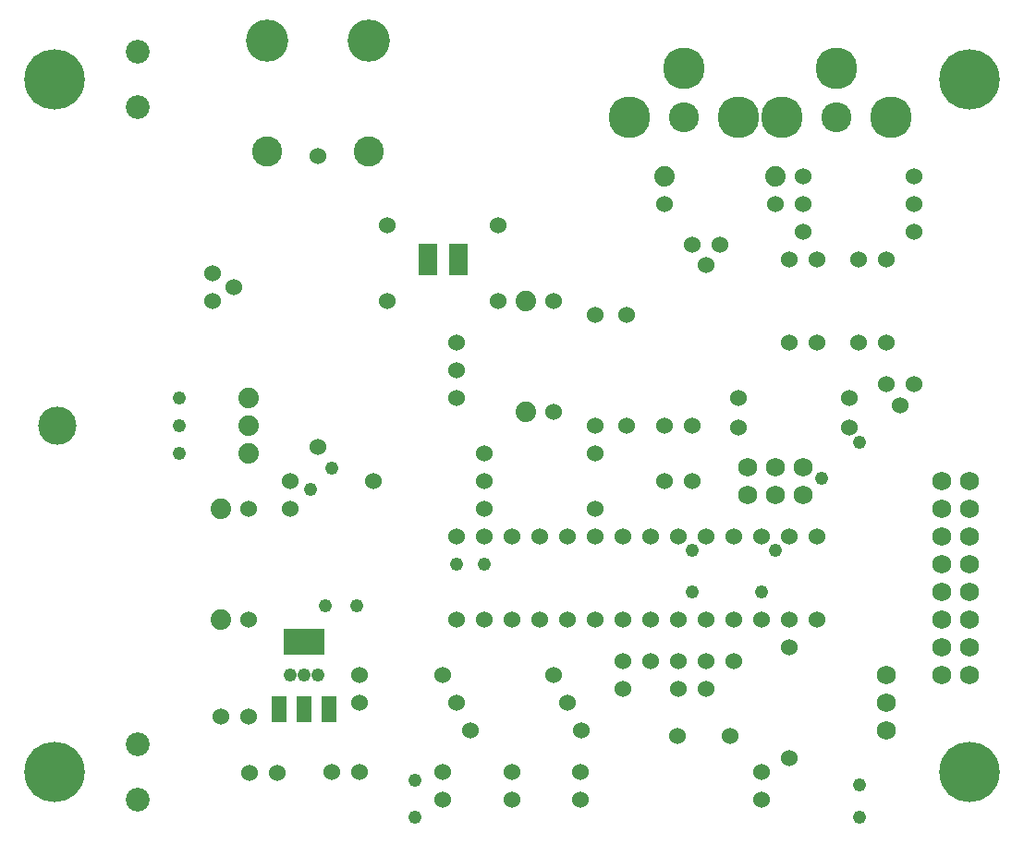
<source format=gbr>
G75*
G70*
%OFA0B0*%
%FSLAX24Y24*%
%IPPOS*%
%LPD*%
%AMOC8*
5,1,8,0,0,1.08239X$1,22.5*
%
%ADD10C,0.0600*%
%ADD11R,0.0560X0.0960*%
%ADD12R,0.1497X0.0946*%
%ADD13C,0.0740*%
%ADD14C,0.1380*%
%ADD15C,0.0680*%
%ADD16R,0.0710X0.1143*%
%ADD17C,0.2180*%
%ADD18C,0.1084*%
%ADD19C,0.1504*%
%ADD20C,0.1520*%
%ADD21C,0.1085*%
%ADD22C,0.0860*%
%ADD23C,0.0480*%
D10*
X015343Y009842D03*
X016343Y009842D03*
X016368Y007817D03*
X017368Y007817D03*
X019343Y007842D03*
X020343Y007842D03*
X020343Y010342D03*
X020343Y011342D03*
X023343Y011342D03*
X023843Y010342D03*
X024343Y009342D03*
X023343Y007842D03*
X023343Y006842D03*
X025843Y006842D03*
X025843Y007842D03*
X028293Y007842D03*
X028293Y006842D03*
X028343Y009342D03*
X027843Y010342D03*
X027343Y011342D03*
X026843Y013342D03*
X025843Y013342D03*
X024843Y013342D03*
X023843Y013342D03*
X023843Y016342D03*
X024843Y016342D03*
X025843Y016342D03*
X026843Y016342D03*
X027843Y016342D03*
X028843Y016342D03*
X028843Y017342D03*
X029843Y016342D03*
X030843Y016342D03*
X031843Y016342D03*
X032843Y016342D03*
X033843Y016342D03*
X034843Y016342D03*
X035843Y016342D03*
X036843Y016342D03*
X036843Y013342D03*
X035843Y013342D03*
X034843Y013342D03*
X033843Y013342D03*
X032843Y013342D03*
X031843Y013342D03*
X030843Y013342D03*
X029843Y013342D03*
X028843Y013342D03*
X027843Y013342D03*
X029843Y011842D03*
X030843Y011842D03*
X031843Y011842D03*
X032843Y011842D03*
X033843Y011842D03*
X032843Y010842D03*
X031843Y010842D03*
X031818Y009167D03*
X033718Y009167D03*
X034843Y007842D03*
X034843Y006842D03*
X035843Y008342D03*
X035843Y012342D03*
X029843Y010842D03*
X024843Y017342D03*
X024843Y018342D03*
X024843Y019342D03*
X023843Y021342D03*
X023843Y022342D03*
X023843Y023342D03*
X025343Y024842D03*
X027343Y024842D03*
X028843Y024342D03*
X029968Y024342D03*
X032843Y026142D03*
X032343Y026892D03*
X033343Y026892D03*
X031343Y028342D03*
X035343Y028342D03*
X036343Y028342D03*
X036343Y027342D03*
X035843Y026342D03*
X036843Y026342D03*
X038343Y026342D03*
X039343Y026342D03*
X040343Y027342D03*
X040343Y028342D03*
X040343Y029342D03*
X036343Y029342D03*
X035843Y023342D03*
X036843Y023342D03*
X038343Y023342D03*
X039343Y023342D03*
X039343Y021842D03*
X039843Y021092D03*
X040343Y021842D03*
X038018Y021367D03*
X037993Y020292D03*
X034018Y021367D03*
X033993Y020292D03*
X032343Y020342D03*
X031343Y020342D03*
X029968Y020342D03*
X028843Y020342D03*
X028843Y019342D03*
X027343Y020842D03*
X031343Y018342D03*
X032343Y018342D03*
X025343Y027592D03*
X021343Y027592D03*
X018843Y030092D03*
X015043Y025842D03*
X015793Y025342D03*
X015043Y024842D03*
X021343Y024842D03*
X018843Y019592D03*
X017843Y018342D03*
X017843Y017342D03*
X016343Y017342D03*
X020843Y018342D03*
X016343Y013342D03*
D11*
X017433Y010122D03*
X018343Y010122D03*
X019253Y010122D03*
D12*
X018343Y012562D03*
D13*
X015343Y013342D03*
X015343Y017342D03*
X016343Y019342D03*
X016343Y020342D03*
X016343Y021342D03*
X026343Y020842D03*
X026343Y024842D03*
X031343Y029342D03*
X035343Y029342D03*
D14*
X009443Y020342D03*
D15*
X034343Y018842D03*
X034343Y017842D03*
X035343Y017842D03*
X035343Y018842D03*
X036343Y018842D03*
X036343Y017842D03*
X041343Y018342D03*
X041343Y017342D03*
X042343Y017342D03*
X042343Y018342D03*
X042343Y016342D03*
X041343Y016342D03*
X041343Y015342D03*
X041343Y014342D03*
X042343Y014342D03*
X042343Y015342D03*
X042343Y013342D03*
X041343Y013342D03*
X041343Y012342D03*
X042343Y012342D03*
X042343Y011342D03*
X041343Y011342D03*
X039343Y011342D03*
X039343Y010342D03*
X039343Y009342D03*
D16*
X023895Y026342D03*
X022792Y026342D03*
D17*
X009343Y007842D03*
X009343Y032842D03*
X042343Y032842D03*
X042343Y007842D03*
D18*
X037543Y031492D03*
X032043Y031492D03*
D19*
X030075Y031492D03*
X032043Y033263D03*
X034012Y031492D03*
X035575Y031492D03*
X037543Y033263D03*
X039512Y031492D03*
D20*
X020683Y034242D03*
X017013Y034242D03*
D21*
X017013Y030242D03*
X020683Y030242D03*
D22*
X012343Y031842D03*
X012343Y033842D03*
X012343Y008842D03*
X012343Y006842D03*
D23*
X017843Y011342D03*
X018343Y011342D03*
X018843Y011367D03*
X019093Y013842D03*
X020243Y013842D03*
X023843Y015342D03*
X024843Y015342D03*
X019343Y018817D03*
X018568Y018042D03*
X013843Y019342D03*
X013843Y020342D03*
X013843Y021342D03*
X022343Y007542D03*
X022343Y006217D03*
X032343Y014342D03*
X032343Y015842D03*
X034843Y014342D03*
X035343Y015842D03*
X037018Y018467D03*
X038368Y019742D03*
X038368Y007392D03*
X038368Y006217D03*
M02*

</source>
